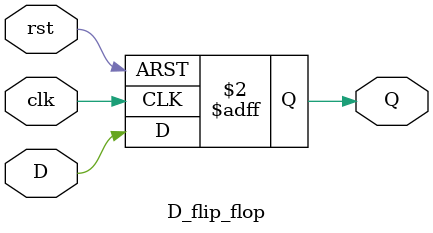
<source format=sv>

	module Register_8bit(
				input  logic [7:0] R,
				input  logic clk, reset,
				output logic [7:0] Q
	);
	// Register = Many flip flops with the same clock signal, storing more than 1 bit 

	D_flip_flop   q0( .clk(clk), .rst(reset), .D(R[0]), .Q(Q[0]) );
	D_flip_flop   q1( .clk(clk), .rst(reset), .D(R[1]), .Q(Q[1]) );
	D_flip_flop   q2( .clk(clk), .rst(reset), .D(R[2]), .Q(Q[2]) );
	D_flip_flop   q3( .clk(clk), .rst(reset), .D(R[3]), .Q(Q[3]) );
	D_flip_flop   q4( .clk(clk), .rst(reset), .D(R[4]), .Q(Q[4]) );
	D_flip_flop   q5( .clk(clk), .rst(reset), .D(R[5]), .Q(Q[5]) );
	D_flip_flop   q6( .clk(clk), .rst(reset), .D(R[6]), .Q(Q[6]) );
	D_flip_flop   q7( .clk(clk), .rst(reset), .D(R[7]), .Q(Q[7]) );
	endmodule



	module D_flip_flop(
			input  logic D, clk, rst,
			output logic Q
	);

	always_ff@(posedge clk, posedge rst) begin
		if (rst)		Q <= 0;  // reset is Active high
		else 			Q <= D;  
	end

	endmodule
</source>
